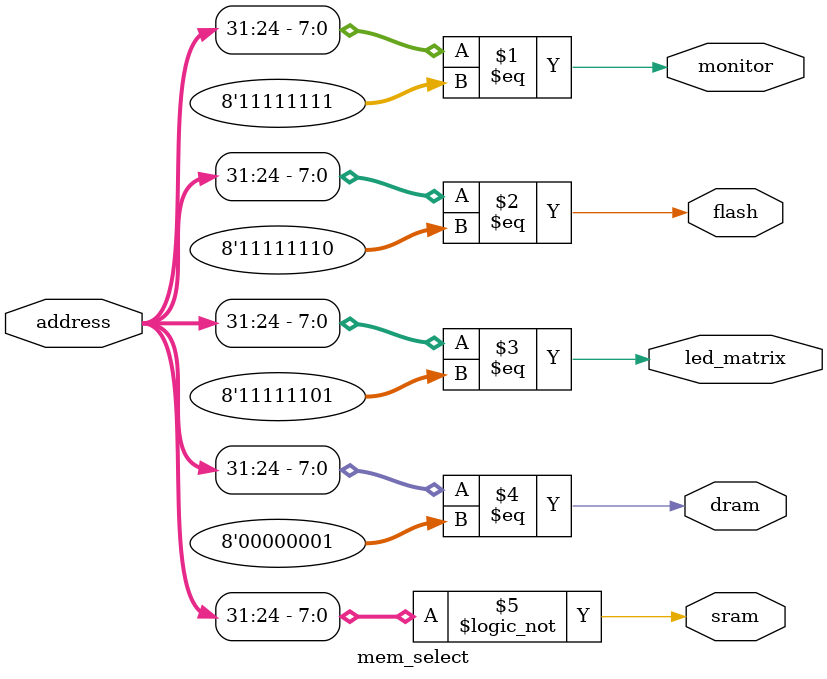
<source format=v>
module mem_select(address, flash, dram, sram, led_matrix, monitor);

input [31:0] address;
output flash;
output dram;
output sram;
output monitor;
output led_matrix;

// Simple memory map for now
assign monitor = (address[31:24] == 'hff);
assign flash = (address[31:24] == 'hfe);
assign led_matrix = (address[31:24] == 'hfd); 
assign dram = (address[31:24] == 'h01);
assign sram = (address[31:24] == 'h00);

endmodule

</source>
